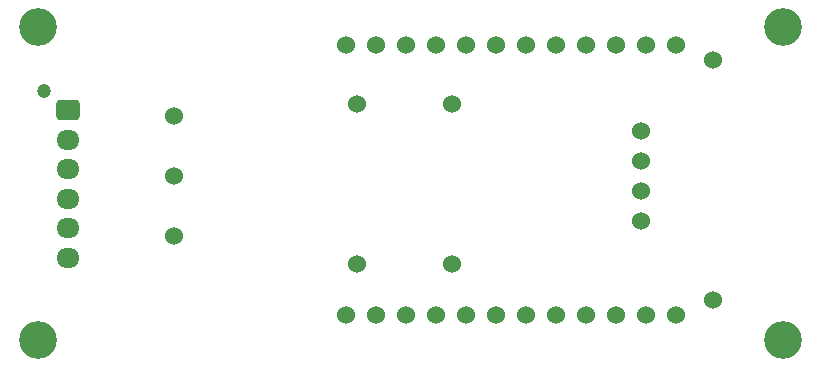
<source format=gbs>
%TF.GenerationSoftware,KiCad,Pcbnew,9.0.0-9.0.0-2~ubuntu24.04.1*%
%TF.CreationDate,2025-03-28T20:06:40+01:00*%
%TF.ProjectId,MarstekMonitor,4d617273-7465-46b4-9d6f-6e69746f722e,rev?*%
%TF.SameCoordinates,Original*%
%TF.FileFunction,Soldermask,Bot*%
%TF.FilePolarity,Negative*%
%FSLAX46Y46*%
G04 Gerber Fmt 4.6, Leading zero omitted, Abs format (unit mm)*
G04 Created by KiCad (PCBNEW 9.0.0-9.0.0-2~ubuntu24.04.1) date 2025-03-28 20:06:40*
%MOMM*%
%LPD*%
G01*
G04 APERTURE LIST*
G04 Aperture macros list*
%AMRoundRect*
0 Rectangle with rounded corners*
0 $1 Rounding radius*
0 $2 $3 $4 $5 $6 $7 $8 $9 X,Y pos of 4 corners*
0 Add a 4 corners polygon primitive as box body*
4,1,4,$2,$3,$4,$5,$6,$7,$8,$9,$2,$3,0*
0 Add four circle primitives for the rounded corners*
1,1,$1+$1,$2,$3*
1,1,$1+$1,$4,$5*
1,1,$1+$1,$6,$7*
1,1,$1+$1,$8,$9*
0 Add four rect primitives between the rounded corners*
20,1,$1+$1,$2,$3,$4,$5,0*
20,1,$1+$1,$4,$5,$6,$7,0*
20,1,$1+$1,$6,$7,$8,$9,0*
20,1,$1+$1,$8,$9,$2,$3,0*%
G04 Aperture macros list end*
%ADD10C,1.524000*%
%ADD11C,3.200000*%
%ADD12C,1.200000*%
%ADD13RoundRect,0.250000X-0.725000X0.600000X-0.725000X-0.600000X0.725000X-0.600000X0.725000X0.600000X0*%
%ADD14O,1.950000X1.700000*%
G04 APERTURE END LIST*
D10*
%TO.C,RS485_TTL_Board1*%
X141500000Y-74765000D03*
X141500000Y-77305000D03*
X141500000Y-79845000D03*
X141500000Y-82385000D03*
X102000000Y-73500000D03*
X102000000Y-78580000D03*
X102000000Y-83660000D03*
%TD*%
D11*
%TO.C,H1*%
X90500000Y-66000000D03*
%TD*%
%TO.C,H2*%
X90500000Y-92500000D03*
%TD*%
D10*
%TO.C,BuckBoostModuleFixed5V1*%
X125500000Y-72500000D03*
X117500000Y-72500000D03*
X125500000Y-86000000D03*
X117500000Y-86000000D03*
%TD*%
D11*
%TO.C,H3*%
X153500000Y-66000000D03*
%TD*%
%TO.C,H4*%
X153500000Y-92500000D03*
%TD*%
D12*
%TO.C,J1*%
X91000000Y-71400000D03*
D13*
X93000000Y-73000000D03*
D14*
X93000000Y-75500000D03*
X93000000Y-78000000D03*
X93000000Y-80500000D03*
X93000000Y-83000000D03*
X93000000Y-85500000D03*
%TD*%
D10*
%TO.C,TTGO1*%
X116500000Y-67500000D03*
X119040000Y-67500000D03*
X121580000Y-67500000D03*
X124120000Y-67500000D03*
X126660000Y-67500000D03*
X129200000Y-67500000D03*
X131740000Y-67500000D03*
X134280000Y-67500000D03*
X136820000Y-67500000D03*
X139360000Y-67500000D03*
X141900000Y-67500000D03*
X144440000Y-67500000D03*
X144440000Y-90360000D03*
X141900000Y-90360000D03*
X139360000Y-90360000D03*
X136820000Y-90360000D03*
X134280000Y-90360000D03*
X131740000Y-90360000D03*
X129200000Y-90360000D03*
X126660000Y-90360000D03*
X124120000Y-90360000D03*
X121580000Y-90360000D03*
X119040000Y-90360000D03*
X116500000Y-90360000D03*
X147615000Y-89090000D03*
X147615000Y-68770000D03*
%TD*%
M02*

</source>
